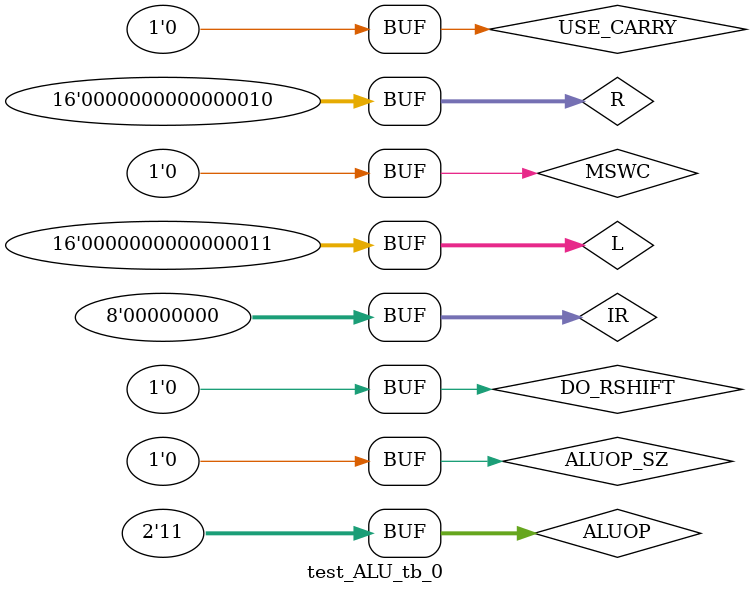
<source format=v>
`timescale 1ns/1ps

module test_ALU_tb_0;
    reg [0:15] R = 16'b0000000000000000;
    reg [0:15] L = 16'b0000000000000000;
    wire [0:15] Z;
    reg DO_RSHIFT = 1'b0;
    reg ALUOP_SZ = 1'b0;
    reg MSWC = 1'b0;
    reg USE_CARRY = 1'b0;
    reg [0:1] ALUOP = 2'b00;
    reg [0:7] IR = 8'b00000000;
    wire ALUV;
    wire ALUC;
    wire ALUS;
    wire ALUZ;


    ALU UUT (
        .R(R),
        .L(L),
        .Z(Z),
        .DO_RSHIFT(DO_RSHIFT),
        .ALUOP_SZ(ALUOP_SZ),
        .MSWC(MSWC),
        .USE_CARRY(USE_CARRY),
        .ALUOP(ALUOP),
        .IR(IR),
        .ALUV(ALUV),
        .ALUC(ALUC),
        .ALUS(ALUS),
        .ALUZ(ALUZ));

    initial begin
        // -------------  Current Time:  100ns
        #100;
        R = 16'b0000000000000010;
        L = 16'b0000000000000011;
        // -------------------------------------
        // -------------  Current Time:  200ns
        #100;
        ALUOP = 2'b01;
        // -------------------------------------
        // -------------  Current Time:  300ns
        #100;
        ALUOP = 2'b10;
        // -------------------------------------
        // -------------  Current Time:  400ns
        #100;
        ALUOP = 2'b11;
    end

endmodule


</source>
